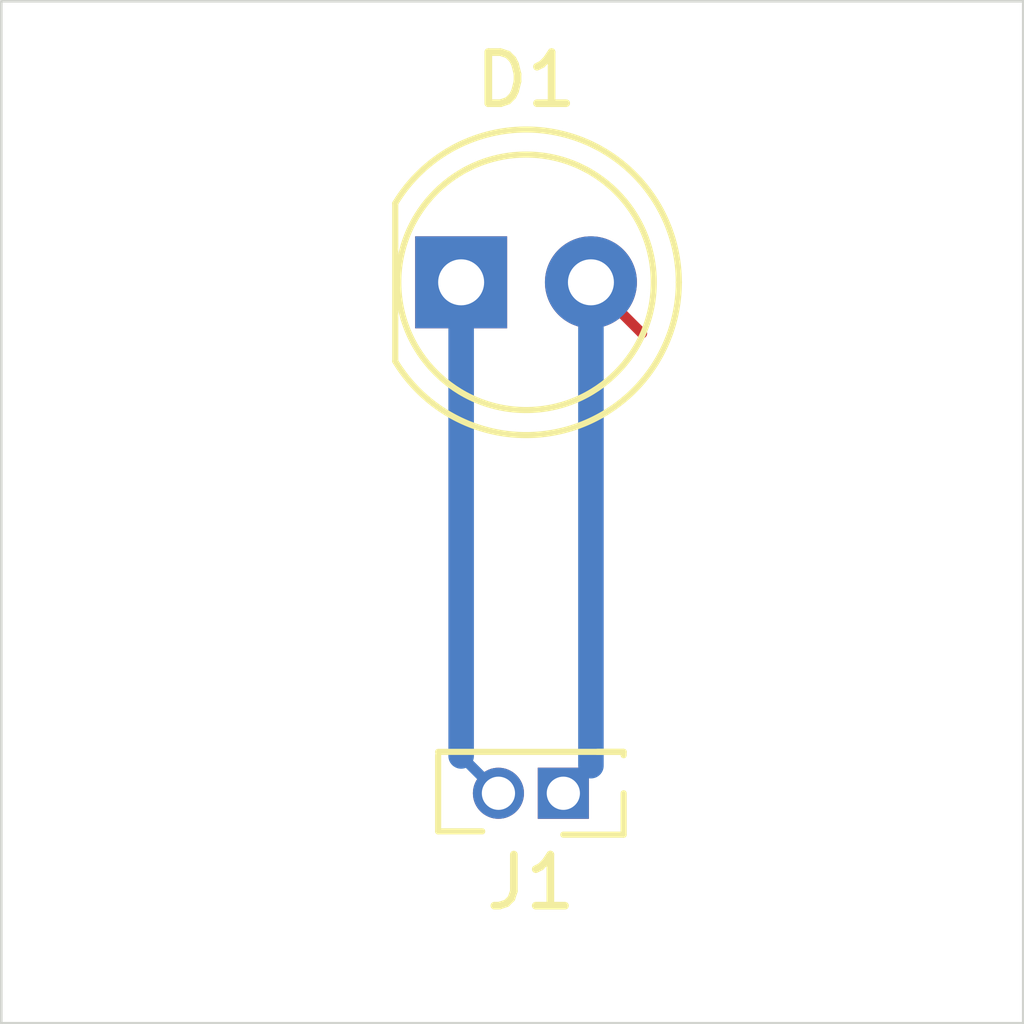
<source format=kicad_pcb>
(kicad_pcb (version 20241229) (generator "pcbnew") (generator_version "9.0")
  (layers (0 "F.Cu" signal) (2 "B.Cu" signal) (13 "F.Paste" user) (15 "B.Paste" user) (5 "F.SilkS" user "F.Silkscreen") (7 "B.SilkS" user "B.Silkscreen") (1 "F.Mask" user) (3 "B.Mask" user) (25 "Edge.Cuts" user))
  (net 0 "")
  (net 1 "Net-(D1-K)")
  (net 2 "Net-(D1-A)")
  (footprint "Connector_PinHeader_1.27mm:PinHeader_2x01_P1.27mm_Vertical" (layer "F.Cu") (at 75 71.5 180)
    (property "Reference" "J1" (at 0.635 -1.745 0) (layer "F.SilkS"))
    (property "Value" "Conn_01x02_Pin")
    (fp_line (start 2.45 -0.745) (end 2.45 0.745) (stroke (width 0.12)) (layer "F.SilkS"))
    (fp_line (start 1.587923 -0.745) (end 2.45 -0.745) (stroke (width 0.12)) (layer "F.SilkS"))
    (fp_line (start -1.18 0.81) (end 2.45 0.81) (stroke (width 0.12)) (layer "F.SilkS"))
    (fp_line (start -1.18 0.81) (end -0.666708 0.81) (stroke (width 0.12)) (layer "F.SilkS"))
    (fp_line (start -1.18 0.81) (end -1.18 0.745) (stroke (width 0.12)) (layer "F.SilkS"))
    (fp_line (start -1.18 0) (end -1.18 -0.81) (stroke (width 0.12)) (layer "F.SilkS"))
    (fp_line (start -1.18 -0.81) (end 0 -0.81) (stroke (width 0.12)) (layer "F.SilkS"))
    (pad "1" thru_hole rect (at 0 0 180) (size 1 1) (drill 0.65) (layers "*.Cu" "*.Mask") (net 2 "Net-(D1-A)"))
    (pad "2" thru_hole circle (at 1.27 0 180) (size 1 1) (drill 0.65) (layers "*.Cu" "*.Mask") (net 1 "Net-(D1-K)"))
  )
  (footprint "LED_THT:LED_D5.0mm" (layer "F.Cu") (at 73 61.5)
    (property "Reference" "D1" (at 1.27 -3.96 0) (layer "F.SilkS"))
    (property "Value" "LED")
    (fp_line (start -1.29 -1.545) (end -1.29 1.545) (stroke (width 0.12)) (layer "F.SilkS"))
    (fp_arc (start -1.29 -1.54483) (mid 2.071779 -2.880495) (end 4.26 0) (stroke (width 0.12)) (layer "F.SilkS"))
    (fp_arc (start 4.26 0) (mid 2.071779 2.880495) (end -1.29 1.54483) (stroke (width 0.12)) (layer "F.SilkS"))
    (fp_circle (center 1.27 0) (end 3.77 0) (stroke (width 0.12)) (fill no) (layer "F.SilkS"))
    (pad "1" thru_hole rect (at 0 0) (size 1.8 1.8) (drill 0.9) (layers "*.Cu" "*.Mask") (net 1 "Net-(D1-K)"))
    (pad "2" thru_hole circle (at 2.54 0) (size 1.8 1.8) (drill 0.9) (layers "*.Cu" "*.Mask") (net 2 "Net-(D1-A)"))
  )
  (gr_rect (start 64 56) (end 84 76) (stroke (width 0.05)) (fill no) (layer "Edge.Cuts"))
  (segment (start 73 70.77) (end 73.73 71.5) (width 0.2) (layer "B.Cu") (net 1))
  (segment (start 73 61.5) (end 73 70.77) (width 0.5) (layer "B.Cu") (net 1))
  (segment (start 75.54 61.5) (end 76.54 62.5) (width 0.2) (layer "F.Cu") (net 2))
  (segment (start 75.54 70.96) (end 75 71.5) (width 0.2) (layer "B.Cu") (net 2))
  (segment (start 75.54 61.5) (end 75.54 70.96) (width 0.5) (layer "B.Cu") (net 2))
)
</source>
